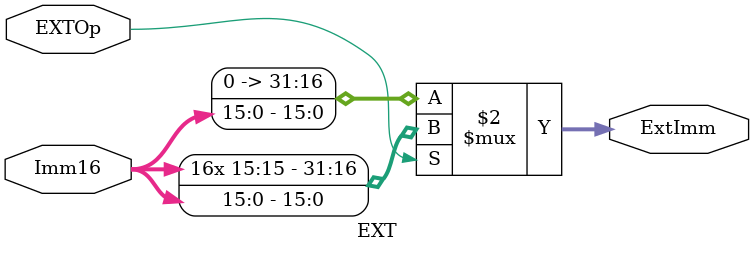
<source format=v>
`timescale 1ns / 1ps
module EXT(
    input EXTOp,
    input [15:0] Imm16,
    output [31:0] ExtImm
    );
    assign ExtImm = (EXTOp == 1'b0) ? {{16{1'b0}}, Imm16} : {{16{Imm16[15]}}, Imm16};
    
endmodule

</source>
